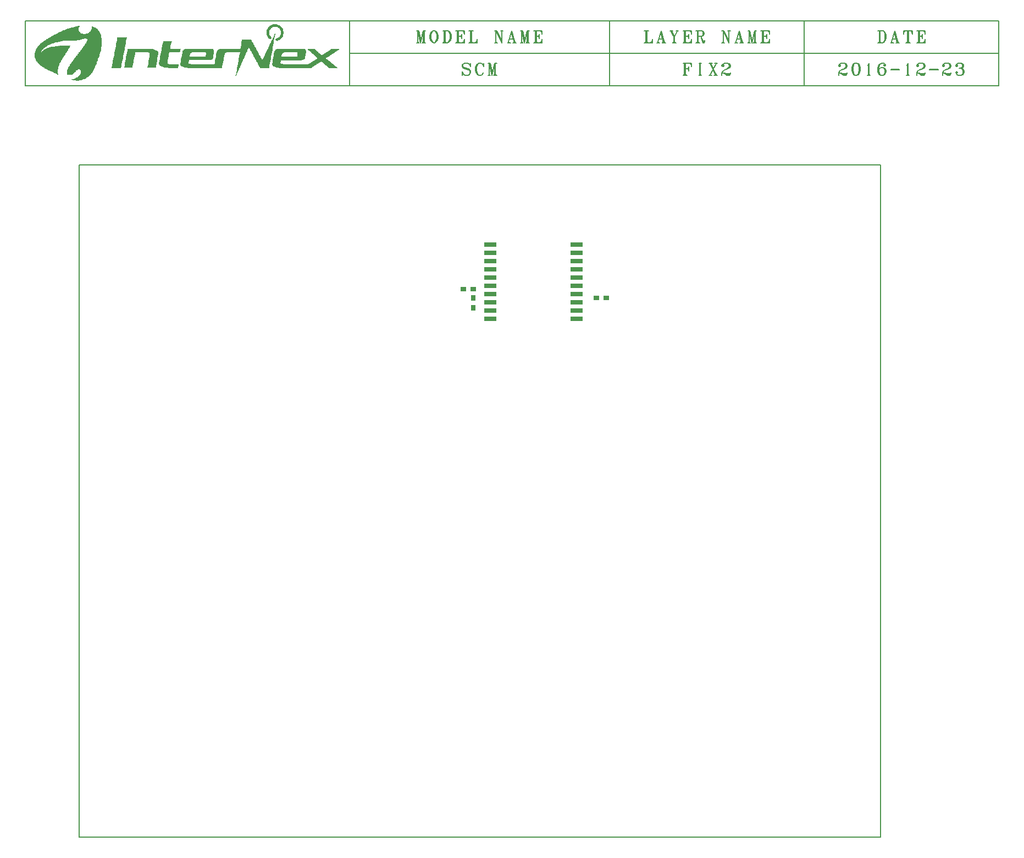
<source format=gbr>
%MOMM*%
%FSLAX33Y33*%
%ADD10C,0.203200*%
%ADD125C,0.200000*%
%ADD187R,0.800000X0.900000*%
%ADD189R,0.900000X0.800000*%
%ADD217R,1.950000X0.635000*%
G90*G71*G01*D02*G54D10*X0Y0D02*X123500Y0D01*X123500Y103500D01*
X0Y103500D01*X0Y0D01*D02*G54D125*X41700Y125700D02*
X-8300Y125700D01*X-8300Y115700D01*X41700Y115700D01*X41700Y120700D02*
X141700Y120700D01*X81700Y125700D02*X81700Y115700D01*X41700Y125700D02*
X141700Y125700D01*X141700Y115700D02*X41700Y115700D01*X41700Y125700D02*
X41700Y115700D01*X141700Y125700D02*X141700Y115700D01*X111700Y125700D02*
X111700Y115700D01*X117141Y118836D02*X117141Y118745D01*X117232Y118745D01*
X117232Y118836D01*X117141Y118836D01*X117141Y118927D02*X117232Y118927D01*
X117323Y118836D01*X117323Y118745D01*X117232Y118655D01*X117141Y118655D01*
X117050Y118745D01*X117050Y118836D01*X117141Y119018D01*X117232Y119109D01*
X117505Y119170D01*X117882Y119170D01*X118155Y119109D01*X118246Y119018D01*
X118350Y118836D01*X118350Y118655D01*X118246Y118503D01*X117973Y118321D01*
X117505Y118139D01*X117323Y118048D01*X117141Y117867D01*X117050Y117624D01*
X117050Y117352D01*X118155Y119018D02*X118246Y118836D01*X118246Y118655D01*
X118155Y118503D01*X117882Y119170D02*X118064Y119109D01*X118155Y118836D01*
X118155Y118655D01*X118064Y118503D01*X117882Y118321D01*X117505Y118139D01*
X117050Y117533D02*X117141Y117624D01*X117323Y117624D01*X117778Y117533D01*
X118155Y117533D01*X118350Y117624D01*X117323Y117624D02*X117778Y117442D01*
X118155Y117442D01*X118246Y117533D01*X117323Y117624D02*X117778Y117352D01*
X118155Y117352D01*X118246Y117442D01*X118350Y117624D01*X118350Y117776D01*
X119596Y119170D02*X119323Y119109D01*X119141Y118836D01*X119050Y118412D01*
X119050Y118139D01*X119141Y117715D01*X119323Y117442D01*X119596Y117352D01*
X119791Y117352D01*X120064Y117442D01*X120246Y117715D01*X120350Y118139D01*
X120350Y118412D01*X120246Y118836D01*X120064Y119109D01*X119791Y119170D01*
X119596Y119170D01*X119323Y119018D02*X119232Y118836D01*X119141Y118503D01*
X119141Y118048D01*X119232Y117715D01*X119323Y117533D01*X120064Y117533D02*
X120155Y117715D01*X120246Y118048D01*X120246Y118503D01*X120155Y118836D01*
X120064Y119018D01*X119596Y119170D02*X119414Y119109D01*X119323Y118927D01*
X119232Y118503D01*X119232Y118048D01*X119323Y117624D01*X119414Y117442D01*
X119596Y117352D01*X119791Y117352D02*X119973Y117442D01*X120064Y117624D01*
X120155Y118048D01*X120155Y118503D01*X120064Y118927D01*X119973Y119109D01*
X119791Y119170D01*X121635Y119018D02*X121635Y117352D01*X121687Y119018D02*
X121687Y117442D01*X121726Y119170D02*X121726Y117352D01*X121726Y119170D02*
X121596Y118927D01*X121518Y118836D01*X121479Y117352D02*X121895Y117352D01*
X121635Y117442D02*X121557Y117352D01*X121635Y117533D02*X121596Y117352D01*
X121726Y117533D02*X121765Y117352D01*X121726Y117442D02*X121804Y117352D01*
X124064Y118927D02*X124064Y118836D01*X124155Y118836D01*X124155Y118927D01*
X124064Y118927D01*X124155Y119018D02*X124064Y119018D01*X123973Y118927D01*
X123973Y118836D01*X124064Y118745D01*X124155Y118745D01*X124246Y118836D01*
X124246Y118927D01*X124155Y119109D01*X123973Y119170D01*X123700Y119170D01*
X123414Y119109D01*X123232Y118927D01*X123141Y118745D01*X123050Y118412D01*
X123050Y117867D01*X123141Y117624D01*X123323Y117442D01*X123596Y117352D01*
X123791Y117352D01*X124064Y117442D01*X124246Y117624D01*X124350Y117867D01*
X124350Y117958D01*X124246Y118230D01*X124064Y118412D01*X123791Y118503D01*
X123596Y118503D01*X123414Y118412D01*X123323Y118321D01*X123232Y118139D01*
X123323Y118927D02*X123232Y118745D01*X123141Y118412D01*X123141Y117867D01*
X123232Y117624D01*X123323Y117533D01*X124155Y117624D02*X124246Y117776D01*
X124246Y118048D01*X124155Y118230D01*X123700Y119170D02*X123505Y119109D01*
X123414Y119018D01*X123323Y118836D01*X123232Y118503D01*X123232Y117867D01*
X123323Y117624D01*X123414Y117442D01*X123596Y117352D01*X123791Y117352D02*
X123973Y117442D01*X124064Y117533D01*X124155Y117776D01*X124155Y118048D01*
X124064Y118321D01*X123973Y118412D01*X123791Y118503D01*X125050Y118230D02*
X126350Y118230D01*X126350Y118139D01*X125050Y118230D02*X125050Y118139D01*
X126350Y118139D01*X127635Y119018D02*X127635Y117352D01*X127687Y119018D02*
X127687Y117442D01*X127726Y119170D02*X127726Y117352D01*X127726Y119170D02*
X127596Y118927D01*X127518Y118836D01*X127479Y117352D02*X127895Y117352D01*
X127635Y117442D02*X127557Y117352D01*X127635Y117533D02*X127596Y117352D01*
X127726Y117533D02*X127765Y117352D01*X127726Y117442D02*X127804Y117352D01*
X129141Y118836D02*X129141Y118745D01*X129232Y118745D01*X129232Y118836D01*
X129141Y118836D01*X129141Y118927D02*X129232Y118927D01*X129323Y118836D01*
X129323Y118745D01*X129232Y118655D01*X129141Y118655D01*X129050Y118745D01*
X129050Y118836D01*X129141Y119018D01*X129232Y119109D01*X129505Y119170D01*
X129882Y119170D01*X130155Y119109D01*X130246Y119018D01*X130350Y118836D01*
X130350Y118655D01*X130246Y118503D01*X129973Y118321D01*X129505Y118139D01*
X129323Y118048D01*X129141Y117867D01*X129050Y117624D01*X129050Y117352D01*
X130155Y119018D02*X130246Y118836D01*X130246Y118655D01*X130155Y118503D01*
X129882Y119170D02*X130064Y119109D01*X130155Y118836D01*X130155Y118655D01*
X130064Y118503D01*X129882Y118321D01*X129505Y118139D01*X129050Y117533D02*
X129141Y117624D01*X129323Y117624D01*X129778Y117533D01*X130155Y117533D01*
X130350Y117624D01*X129323Y117624D02*X129778Y117442D01*X130155Y117442D01*
X130246Y117533D01*X129323Y117624D02*X129778Y117352D01*X130155Y117352D01*
X130246Y117442D01*X130350Y117624D01*X130350Y117776D01*X131050Y118230D02*
X132350Y118230D01*X132350Y118139D01*X131050Y118230D02*X131050Y118139D01*
X132350Y118139D01*X133141Y118836D02*X133141Y118745D01*X133232Y118745D01*
X133232Y118836D01*X133141Y118836D01*X133141Y118927D02*X133232Y118927D01*
X133323Y118836D01*X133323Y118745D01*X133232Y118655D01*X133141Y118655D01*
X133050Y118745D01*X133050Y118836D01*X133141Y119018D01*X133232Y119109D01*
X133505Y119170D01*X133882Y119170D01*X134155Y119109D01*X134246Y119018D01*
X134350Y118836D01*X134350Y118655D01*X134246Y118503D01*X133973Y118321D01*
X133505Y118139D01*X133323Y118048D01*X133141Y117867D01*X133050Y117624D01*
X133050Y117352D01*X134155Y119018D02*X134246Y118836D01*X134246Y118655D01*
X134155Y118503D01*X133882Y119170D02*X134064Y119109D01*X134155Y118836D01*
X134155Y118655D01*X134064Y118503D01*X133882Y118321D01*X133505Y118139D01*
X133050Y117533D02*X133141Y117624D01*X133323Y117624D01*X133778Y117533D01*
X134155Y117533D01*X134350Y117624D01*X133323Y117624D02*X133778Y117442D01*
X134155Y117442D01*X134246Y117533D01*X133323Y117624D02*X133778Y117352D01*
X134155Y117352D01*X134246Y117442D01*X134350Y117624D01*X134350Y117776D01*
X135141Y118836D02*X135141Y118745D01*X135232Y118745D01*X135232Y118836D01*
X135141Y118836D01*X135141Y118927D02*X135232Y118927D01*X135323Y118836D01*
X135323Y118745D01*X135232Y118655D01*X135141Y118655D01*X135050Y118745D01*
X135050Y118836D01*X135141Y119018D01*X135232Y119109D01*X135505Y119170D01*
X135882Y119170D01*X136155Y119109D01*X136246Y118927D01*X136246Y118655D01*
X136155Y118503D01*X135882Y118412D01*X136064Y119109D02*X136155Y118927D01*
X136155Y118655D01*X136064Y118503D01*X135791Y119170D02*X135973Y119109D01*
X136064Y118927D01*X136064Y118655D01*X135973Y118503D01*X135791Y118412D01*
X135596Y118412D02*X135882Y118412D01*X136064Y118321D01*X136246Y118139D01*
X136350Y117958D01*X136350Y117715D01*X136246Y117533D01*X136155Y117442D01*
X135882Y117352D01*X135505Y117352D01*X135232Y117442D01*X135141Y117533D01*
X135050Y117715D01*X135050Y117776D01*X135141Y117867D01*X135232Y117867D01*
X135323Y117776D01*X135323Y117715D01*X135232Y117624D01*X135141Y117624D01*
X136155Y118139D02*X136246Y117958D01*X136246Y117715D01*X136155Y117533D01*
X135791Y118412D02*X135973Y118321D01*X136064Y118230D01*X136155Y117958D01*
X136155Y117715D01*X136064Y117442D01*X135882Y117352D01*X135141Y117776D02*
X135141Y117715D01*X135232Y117715D01*X135232Y117776D01*X135141Y117776D01*
X123271Y124170D02*X123271Y122352D01*X123349Y124109D02*X123349Y122442D01*
X123427Y124170D02*X123427Y122352D01*X123050Y124170D02*X123804Y124170D01*
X124038Y124109D01*X124194Y123927D01*X124272Y123745D01*X124350Y123503D01*
X124350Y123048D01*X124272Y122776D01*X124194Y122624D01*X124038Y122442D01*
X123804Y122352D01*X123050Y122352D01*X124116Y123927D02*X124194Y123745D01*
X124272Y123503D01*X124272Y123048D01*X124194Y122776D01*X124116Y122624D01*
X123804Y124170D02*X123960Y124109D01*X124116Y123836D01*X124194Y123503D01*
X124194Y123048D01*X124116Y122715D01*X123960Y122442D01*X123804Y122352D01*
X123115Y124170D02*X123271Y124109D01*X123193Y124170D02*X123271Y124018D01*
X123505Y124170D02*X123427Y124018D01*X123583Y124170D02*X123427Y124109D01*
X123271Y122442D02*X123115Y122352D01*X123271Y122533D02*X123193Y122352D01*
X123427Y122533D02*X123505Y122352D01*X123427Y122442D02*X123583Y122352D01*
X125700Y124170D02*X125193Y122442D01*X125622Y123927D02*X126051Y122352D01*
X125700Y123927D02*X126129Y122352D01*X125700Y124170D02*X126194Y122352D01*
X125336Y122867D02*X125986Y122867D01*X125050Y122352D02*X125479Y122352D01*
X125843Y122352D02*X126350Y122352D01*X125193Y122442D02*X125115Y122352D01*
X125193Y122442D02*X125336Y122352D01*X126051Y122442D02*X125908Y122352D01*
X126051Y122533D02*X125986Y122352D01*X126129Y122533D02*X126272Y122352D01*
X127050Y124170D02*X127050Y123655D01*X127609Y124170D02*X127609Y122352D01*
X127700Y124109D02*X127700Y122442D01*X127778Y124170D02*X127778Y122352D01*
X128350Y124170D02*X128350Y123655D01*X127050Y124170D02*X128350Y124170D01*
X127375Y122352D02*X128012Y122352D01*X127128Y124170D02*X127050Y123655D01*
X127206Y124170D02*X127050Y123927D01*X127284Y124170D02*X127050Y124018D01*
X127453Y124170D02*X127050Y124109D01*X127934Y124170D02*X128350Y124109D01*
X128103Y124170D02*X128350Y124018D01*X128181Y124170D02*X128350Y123927D01*
X128259Y124170D02*X128350Y123655D01*X127609Y122442D02*X127453Y122352D01*
X127609Y122533D02*X127531Y122352D01*X127778Y122533D02*X127856Y122352D01*
X127778Y122442D02*X127934Y122352D01*X129284Y124170D02*X129284Y122352D01*
X129362Y124109D02*X129362Y122442D01*X129453Y124170D02*X129453Y122352D01*
X129050Y124170D02*X130350Y124170D01*X130350Y123655D01*X129453Y123321D02*
X129934Y123321D01*X129934Y123655D02*X129934Y122958D01*X129050Y122352D02*
X130350Y122352D01*X130350Y122867D01*X129128Y124170D02*X129284Y124109D01*
X129206Y124170D02*X129284Y124018D01*X129531Y124170D02*X129453Y124018D01*
X129609Y124170D02*X129453Y124109D01*X129934Y124170D02*X130350Y124109D01*
X130103Y124170D02*X130350Y124018D01*X130181Y124170D02*X130350Y123927D01*
X130259Y124170D02*X130350Y123655D01*X129934Y123655D02*X129856Y123321D01*
X129934Y122958D01*X129934Y123503D02*X129778Y123321D01*X129934Y123139D01*
X129934Y123412D02*X129609Y123321D01*X129934Y123230D01*X129284Y122442D02*
X129128Y122352D01*X129284Y122533D02*X129206Y122352D01*X129453Y122533D02*
X129531Y122352D01*X129453Y122442D02*X129609Y122352D01*X129934Y122352D02*
X130350Y122442D01*X130103Y122352D02*X130350Y122533D01*X130181Y122352D02*
X130350Y122624D01*X130259Y122352D02*X130350Y122867D01*X87310Y124170D02*
X87310Y122352D01*X87388Y124109D02*X87388Y122442D01*X87479Y124170D02*
X87479Y122352D01*X87050Y124170D02*X87739Y124170D01*X87050Y122352D02*
X88350Y122352D01*X88350Y122867D01*X87128Y124170D02*X87310Y124109D01*
X87219Y124170D02*X87310Y124018D01*X87570Y124170D02*X87479Y124018D01*
X87648Y124170D02*X87479Y124109D01*X87310Y122442D02*X87128Y122352D01*
X87310Y122533D02*X87219Y122352D01*X87479Y122533D02*X87570Y122352D01*
X87479Y122442D02*X87648Y122352D01*X87908Y122352D02*X88350Y122442D01*
X88077Y122352D02*X88350Y122533D01*X88168Y122352D02*X88350Y122624D01*
X88259Y122352D02*X88350Y122867D01*X89700Y124170D02*X89193Y122442D01*
X89622Y123927D02*X90051Y122352D01*X89700Y123927D02*X90129Y122352D01*
X89700Y124170D02*X90194Y122352D01*X89336Y122867D02*X89986Y122867D01*
X89050Y122352D02*X89479Y122352D01*X89843Y122352D02*X90350Y122352D01*
X89193Y122442D02*X89115Y122352D01*X89193Y122442D02*X89336Y122352D01*
X90051Y122442D02*X89908Y122352D01*X90051Y122533D02*X89986Y122352D01*
X90129Y122533D02*X90272Y122352D01*X91180Y124170D02*X91622Y123230D01*
X91622Y122352D01*X91245Y124170D02*X91687Y123230D01*X91687Y122442D01*
X91297Y124170D02*X91765Y123230D01*X91765Y122352D01*X92142Y124109D02*
X91765Y123230D01*X91050Y124170D02*X91505Y124170D01*X91947Y124170D02*
X92350Y124170D01*X91440Y122352D02*X91947Y122352D01*X91115Y124170D02*
X91245Y124109D01*X91440Y124170D02*X91297Y124109D01*X92025Y124170D02*
X92142Y124109D01*X92272Y124170D02*X92142Y124109D01*X91622Y122442D02*
X91505Y122352D01*X91622Y122533D02*X91557Y122352D01*X91765Y122533D02*
X91817Y122352D01*X91765Y122442D02*X91882Y122352D01*X93284Y124170D02*
X93284Y122352D01*X93362Y124109D02*X93362Y122442D01*X93453Y124170D02*
X93453Y122352D01*X93050Y124170D02*X94350Y124170D01*X94350Y123655D01*
X93453Y123321D02*X93934Y123321D01*X93934Y123655D02*X93934Y122958D01*
X93050Y122352D02*X94350Y122352D01*X94350Y122867D01*X93128Y124170D02*
X93284Y124109D01*X93206Y124170D02*X93284Y124018D01*X93531Y124170D02*
X93453Y124018D01*X93609Y124170D02*X93453Y124109D01*X93934Y124170D02*
X94350Y124109D01*X94103Y124170D02*X94350Y124018D01*X94181Y124170D02*
X94350Y123927D01*X94259Y124170D02*X94350Y123655D01*X93934Y123655D02*
X93856Y123321D01*X93934Y122958D01*X93934Y123503D02*X93778Y123321D01*
X93934Y123139D01*X93934Y123412D02*X93609Y123321D01*X93934Y123230D01*
X93284Y122442D02*X93128Y122352D01*X93284Y122533D02*X93206Y122352D01*
X93453Y122533D02*X93531Y122352D01*X93453Y122442D02*X93609Y122352D01*
X93934Y122352D02*X94350Y122442D01*X94103Y122352D02*X94350Y122533D01*
X94181Y122352D02*X94350Y122624D01*X94259Y122352D02*X94350Y122867D01*
X95258Y124170D02*X95258Y122352D01*X95336Y124109D02*X95336Y122442D01*
X95401Y124170D02*X95401Y122352D01*X95050Y124170D02*X95908Y124170D01*
X96129Y124109D01*X96194Y124018D01*X96272Y123836D01*X96272Y123655D01*
X96194Y123503D01*X96129Y123412D01*X95908Y123321D01*X95401Y123321D01*
X96129Y124018D02*X96194Y123836D01*X96194Y123655D01*X96129Y123503D01*
X95908Y124170D02*X96051Y124109D01*X96129Y123927D01*X96129Y123564D01*
X96051Y123412D01*X95908Y123321D01*X95687Y123321D02*X95843Y123230D01*
X95908Y123048D01*X96051Y122533D01*X96129Y122352D01*X96272Y122352D01*
X96350Y122533D01*X96350Y122715D01*X96051Y122715D02*X96129Y122533D01*
X96194Y122442D01*X96272Y122442D01*X95843Y123230D02*X95908Y123139D01*
X96129Y122624D01*X96194Y122533D01*X96272Y122533D01*X96350Y122624D01*
X95050Y122352D02*X95622Y122352D01*X95115Y124170D02*X95258Y124109D01*
X95193Y124170D02*X95258Y124018D01*X95479Y124170D02*X95401Y124018D01*
X95544Y124170D02*X95401Y124109D01*X95258Y122442D02*X95115Y122352D01*
X95258Y122533D02*X95193Y122352D01*X95401Y122533D02*X95479Y122352D01*
X95401Y122442D02*X95544Y122352D01*X99232Y124170D02*X99232Y122442D01*
X99232Y124170D02*X100142Y122352D01*X99310Y124170D02*X100077Y122624D01*
X99362Y124170D02*X100142Y122624D01*X100142Y124109D02*X100142Y122352D01*
X99050Y124170D02*X99362Y124170D01*X99960Y124170D02*X100350Y124170D01*
X99050Y122352D02*X99427Y122352D01*X99102Y124170D02*X99232Y124109D01*
X100025Y124170D02*X100142Y124109D01*X100285Y124170D02*X100142Y124109D01*
X99232Y122442D02*X99102Y122352D01*X99232Y122442D02*X99362Y122352D01*
X101700Y124170D02*X101193Y122442D01*X101622Y123927D02*X102051Y122352D01*
X101700Y123927D02*X102129Y122352D01*X101700Y124170D02*X102194Y122352D01*
X101336Y122867D02*X101986Y122867D01*X101050Y122352D02*X101479Y122352D01*
X101843Y122352D02*X102350Y122352D01*X101193Y122442D02*X101115Y122352D01*
X101193Y122442D02*X101336Y122352D01*X102051Y122442D02*X101908Y122352D01*
X102051Y122533D02*X101986Y122352D01*X102129Y122533D02*X102272Y122352D01*
X103219Y124170D02*X103219Y122442D01*X103219Y124170D02*X103635Y122352D01*
X103284Y124170D02*X103635Y122624D01*X103336Y124170D02*X103687Y122624D01*
X104051Y124170D02*X103635Y122352D01*X104051Y124170D02*X104051Y122352D01*
X104103Y124109D02*X104103Y122442D01*X104168Y124170D02*X104168Y122352D01*
X103050Y124170D02*X103336Y124170D01*X104051Y124170D02*X104350Y124170D01*
X103050Y122352D02*X103401Y122352D01*X103869Y122352D02*X104350Y122352D01*
X103102Y124170D02*X103219Y124109D01*X104220Y124170D02*X104168Y124018D01*
X104285Y124170D02*X104168Y124109D01*X103219Y122442D02*X103102Y122352D01*
X103219Y122442D02*X103336Y122352D01*X104051Y122442D02*X103934Y122352D01*
X104051Y122533D02*X103986Y122352D01*X104168Y122533D02*X104220Y122352D01*
X104168Y122442D02*X104285Y122352D01*X105284Y124170D02*X105284Y122352D01*
X105362Y124109D02*X105362Y122442D01*X105453Y124170D02*X105453Y122352D01*
X105050Y124170D02*X106350Y124170D01*X106350Y123655D01*X105453Y123321D02*
X105934Y123321D01*X105934Y123655D02*X105934Y122958D01*X105050Y122352D02*
X106350Y122352D01*X106350Y122867D01*X105128Y124170D02*X105284Y124109D01*
X105206Y124170D02*X105284Y124018D01*X105531Y124170D02*X105453Y124018D01*
X105609Y124170D02*X105453Y124109D01*X105934Y124170D02*X106350Y124109D01*
X106103Y124170D02*X106350Y124018D01*X106181Y124170D02*X106350Y123927D01*
X106259Y124170D02*X106350Y123655D01*X105934Y123655D02*X105856Y123321D01*
X105934Y122958D01*X105934Y123503D02*X105778Y123321D01*X105934Y123139D01*
X105934Y123412D02*X105609Y123321D01*X105934Y123230D01*X105284Y122442D02*
X105128Y122352D01*X105284Y122533D02*X105206Y122352D01*X105453Y122533D02*
X105531Y122352D01*X105453Y122442D02*X105609Y122352D01*X105934Y122352D02*
X106350Y122442D01*X106103Y122352D02*X106350Y122533D01*X106181Y122352D02*
X106350Y122624D01*X106259Y122352D02*X106350Y122867D01*X52219Y124170D02*
X52219Y122442D01*X52219Y124170D02*X52635Y122352D01*X52284Y124170D02*
X52635Y122624D01*X52336Y124170D02*X52687Y122624D01*X53051Y124170D02*
X52635Y122352D01*X53051Y124170D02*X53051Y122352D01*X53103Y124109D02*
X53103Y122442D01*X53168Y124170D02*X53168Y122352D01*X52050Y124170D02*
X52336Y124170D01*X53051Y124170D02*X53350Y124170D01*X52050Y122352D02*
X52401Y122352D01*X52869Y122352D02*X53350Y122352D01*X52102Y124170D02*
X52219Y124109D01*X53220Y124170D02*X53168Y124018D01*X53285Y124170D02*
X53168Y124109D01*X52219Y122442D02*X52102Y122352D01*X52219Y122442D02*
X52336Y122352D01*X53051Y122442D02*X52934Y122352D01*X53051Y122533D02*
X52986Y122352D01*X53168Y122533D02*X53220Y122352D01*X53168Y122442D02*
X53285Y122352D01*X54609Y124170D02*X54375Y124109D01*X54206Y123927D01*
X54128Y123745D01*X54050Y123412D01*X54050Y123139D01*X54128Y122776D01*
X54206Y122624D01*X54375Y122442D01*X54609Y122352D01*X54778Y122352D01*
X55025Y122442D01*X55181Y122624D01*X55259Y122776D01*X55350Y123139D01*
X55350Y123412D01*X55259Y123745D01*X55181Y123927D01*X55025Y124109D01*
X54778Y124170D01*X54609Y124170D01*X54284Y123927D02*X54206Y123745D01*
X54128Y123503D01*X54128Y123048D01*X54206Y122776D01*X54284Y122624D01*
X55103Y122624D02*X55181Y122776D01*X55259Y123048D01*X55259Y123503D01*
X55181Y123745D01*X55103Y123927D01*X54609Y124170D02*X54453Y124109D01*
X54284Y123836D01*X54206Y123503D01*X54206Y123048D01*X54284Y122715D01*
X54453Y122442D01*X54609Y122352D01*X54778Y122352D02*X54934Y122442D01*
X55103Y122715D01*X55181Y123048D01*X55181Y123503D01*X55103Y123836D01*
X54934Y124109D01*X54778Y124170D01*X56271Y124170D02*X56271Y122352D01*
X56349Y124109D02*X56349Y122442D01*X56427Y124170D02*X56427Y122352D01*
X56050Y124170D02*X56804Y124170D01*X57038Y124109D01*X57194Y123927D01*
X57272Y123745D01*X57350Y123503D01*X57350Y123048D01*X57272Y122776D01*
X57194Y122624D01*X57038Y122442D01*X56804Y122352D01*X56050Y122352D01*
X57116Y123927D02*X57194Y123745D01*X57272Y123503D01*X57272Y123048D01*
X57194Y122776D01*X57116Y122624D01*X56804Y124170D02*X56960Y124109D01*
X57116Y123836D01*X57194Y123503D01*X57194Y123048D01*X57116Y122715D01*
X56960Y122442D01*X56804Y122352D01*X56115Y124170D02*X56271Y124109D01*
X56193Y124170D02*X56271Y124018D01*X56505Y124170D02*X56427Y124018D01*
X56583Y124170D02*X56427Y124109D01*X56271Y122442D02*X56115Y122352D01*
X56271Y122533D02*X56193Y122352D01*X56427Y122533D02*X56505Y122352D01*
X56427Y122442D02*X56583Y122352D01*X58284Y124170D02*X58284Y122352D01*
X58362Y124109D02*X58362Y122442D01*X58453Y124170D02*X58453Y122352D01*
X58050Y124170D02*X59350Y124170D01*X59350Y123655D01*X58453Y123321D02*
X58934Y123321D01*X58934Y123655D02*X58934Y122958D01*X58050Y122352D02*
X59350Y122352D01*X59350Y122867D01*X58128Y124170D02*X58284Y124109D01*
X58206Y124170D02*X58284Y124018D01*X58531Y124170D02*X58453Y124018D01*
X58609Y124170D02*X58453Y124109D01*X58934Y124170D02*X59350Y124109D01*
X59103Y124170D02*X59350Y124018D01*X59181Y124170D02*X59350Y123927D01*
X59259Y124170D02*X59350Y123655D01*X58934Y123655D02*X58856Y123321D01*
X58934Y122958D01*X58934Y123503D02*X58778Y123321D01*X58934Y123139D01*
X58934Y123412D02*X58609Y123321D01*X58934Y123230D01*X58284Y122442D02*
X58128Y122352D01*X58284Y122533D02*X58206Y122352D01*X58453Y122533D02*
X58531Y122352D01*X58453Y122442D02*X58609Y122352D01*X58934Y122352D02*
X59350Y122442D01*X59103Y122352D02*X59350Y122533D01*X59181Y122352D02*
X59350Y122624D01*X59259Y122352D02*X59350Y122867D01*X60310Y124170D02*
X60310Y122352D01*X60388Y124109D02*X60388Y122442D01*X60479Y124170D02*
X60479Y122352D01*X60050Y124170D02*X60739Y124170D01*X60050Y122352D02*
X61350Y122352D01*X61350Y122867D01*X60128Y124170D02*X60310Y124109D01*
X60219Y124170D02*X60310Y124018D01*X60570Y124170D02*X60479Y124018D01*
X60648Y124170D02*X60479Y124109D01*X60310Y122442D02*X60128Y122352D01*
X60310Y122533D02*X60219Y122352D01*X60479Y122533D02*X60570Y122352D01*
X60479Y122442D02*X60648Y122352D01*X60908Y122352D02*X61350Y122442D01*
X61077Y122352D02*X61350Y122533D01*X61168Y122352D02*X61350Y122624D01*
X61259Y122352D02*X61350Y122867D01*X64232Y124170D02*X64232Y122442D01*
X64232Y124170D02*X65142Y122352D01*X64310Y124170D02*X65077Y122624D01*
X64362Y124170D02*X65142Y122624D01*X65142Y124109D02*X65142Y122352D01*
X64050Y124170D02*X64362Y124170D01*X64960Y124170D02*X65350Y124170D01*
X64050Y122352D02*X64427Y122352D01*X64102Y124170D02*X64232Y124109D01*
X65025Y124170D02*X65142Y124109D01*X65285Y124170D02*X65142Y124109D01*
X64232Y122442D02*X64102Y122352D01*X64232Y122442D02*X64362Y122352D01*
X66700Y124170D02*X66193Y122442D01*X66622Y123927D02*X67051Y122352D01*
X66700Y123927D02*X67129Y122352D01*X66700Y124170D02*X67194Y122352D01*
X66336Y122867D02*X66986Y122867D01*X66050Y122352D02*X66479Y122352D01*
X66843Y122352D02*X67350Y122352D01*X66193Y122442D02*X66115Y122352D01*
X66193Y122442D02*X66336Y122352D01*X67051Y122442D02*X66908Y122352D01*
X67051Y122533D02*X66986Y122352D01*X67129Y122533D02*X67272Y122352D01*
X68219Y124170D02*X68219Y122442D01*X68219Y124170D02*X68635Y122352D01*
X68284Y124170D02*X68635Y122624D01*X68336Y124170D02*X68687Y122624D01*
X69051Y124170D02*X68635Y122352D01*X69051Y124170D02*X69051Y122352D01*
X69103Y124109D02*X69103Y122442D01*X69168Y124170D02*X69168Y122352D01*
X68050Y124170D02*X68336Y124170D01*X69051Y124170D02*X69350Y124170D01*
X68050Y122352D02*X68401Y122352D01*X68869Y122352D02*X69350Y122352D01*
X68102Y124170D02*X68219Y124109D01*X69220Y124170D02*X69168Y124018D01*
X69285Y124170D02*X69168Y124109D01*X68219Y122442D02*X68102Y122352D01*
X68219Y122442D02*X68336Y122352D01*X69051Y122442D02*X68934Y122352D01*
X69051Y122533D02*X68986Y122352D01*X69168Y122533D02*X69220Y122352D01*
X69168Y122442D02*X69285Y122352D01*X70284Y124170D02*X70284Y122352D01*
X70362Y124109D02*X70362Y122442D01*X70453Y124170D02*X70453Y122352D01*
X70050Y124170D02*X71350Y124170D01*X71350Y123655D01*X70453Y123321D02*
X70934Y123321D01*X70934Y123655D02*X70934Y122958D01*X70050Y122352D02*
X71350Y122352D01*X71350Y122867D01*X70128Y124170D02*X70284Y124109D01*
X70206Y124170D02*X70284Y124018D01*X70531Y124170D02*X70453Y124018D01*
X70609Y124170D02*X70453Y124109D01*X70934Y124170D02*X71350Y124109D01*
X71103Y124170D02*X71350Y124018D01*X71181Y124170D02*X71350Y123927D01*
X71259Y124170D02*X71350Y123655D01*X70934Y123655D02*X70856Y123321D01*
X70934Y122958D01*X70934Y123503D02*X70778Y123321D01*X70934Y123139D01*
X70934Y123412D02*X70609Y123321D01*X70934Y123230D01*X70284Y122442D02*
X70128Y122352D01*X70284Y122533D02*X70206Y122352D01*X70453Y122533D02*
X70531Y122352D01*X70453Y122442D02*X70609Y122352D01*X70934Y122352D02*
X71350Y122442D01*X71103Y122352D02*X71350Y122533D01*X71181Y122352D02*
X71350Y122624D01*X71259Y122352D02*X71350Y122867D01*X60246Y118927D02*
X60350Y119170D01*X60350Y118655D01*X60246Y118927D01*X60064Y119109D01*
X59778Y119170D01*X59505Y119170D01*X59232Y119109D01*X59050Y118927D01*
X59050Y118655D01*X59141Y118503D01*X59414Y118321D01*X59973Y118139D01*
X60155Y118048D01*X60246Y117867D01*X60246Y117624D01*X60155Y117442D01*
X59141Y118655D02*X59232Y118503D01*X59414Y118412D01*X59973Y118230D01*
X60155Y118139D01*X60246Y117958D01*X59232Y119109D02*X59141Y118927D01*
X59141Y118745D01*X59232Y118564D01*X59414Y118503D01*X59973Y118321D01*
X60246Y118139D01*X60350Y117958D01*X60350Y117715D01*X60246Y117533D01*
X60155Y117442D01*X59882Y117352D01*X59596Y117352D01*X59323Y117442D01*
X59141Y117624D01*X59050Y117867D01*X59050Y117352D01*X59141Y117624D01*
X62259Y118927D02*X62350Y119170D01*X62350Y118655D01*X62259Y118927D01*
X62077Y119109D01*X61908Y119170D01*X61648Y119170D01*X61388Y119109D01*
X61219Y118927D01*X61128Y118745D01*X61050Y118503D01*X61050Y118048D01*
X61128Y117776D01*X61219Y117624D01*X61388Y117442D01*X61648Y117352D01*
X61908Y117352D01*X62077Y117442D01*X62259Y117624D01*X62350Y117776D01*
X61297Y118927D02*X61219Y118745D01*X61128Y118503D01*X61128Y118048D01*
X61219Y117776D01*X61297Y117624D01*X61648Y119170D02*X61479Y119109D01*
X61297Y118836D01*X61219Y118503D01*X61219Y118048D01*X61297Y117715D01*
X61479Y117442D01*X61648Y117352D01*X63219Y119170D02*X63219Y117442D01*
X63219Y119170D02*X63635Y117352D01*X63284Y119170D02*X63635Y117624D01*
X63336Y119170D02*X63687Y117624D01*X64051Y119170D02*X63635Y117352D01*
X64051Y119170D02*X64051Y117352D01*X64103Y119109D02*X64103Y117442D01*
X64168Y119170D02*X64168Y117352D01*X63050Y119170D02*X63336Y119170D01*
X64051Y119170D02*X64350Y119170D01*X63050Y117352D02*X63401Y117352D01*
X63869Y117352D02*X64350Y117352D01*X63102Y119170D02*X63219Y119109D01*
X64220Y119170D02*X64168Y119018D01*X64285Y119170D02*X64168Y119109D01*
X63219Y117442D02*X63102Y117352D01*X63219Y117442D02*X63336Y117352D01*
X64051Y117442D02*X63934Y117352D01*X64051Y117533D02*X63986Y117352D01*
X64168Y117533D02*X64220Y117352D01*X64168Y117442D02*X64285Y117352D01*
X93284Y119170D02*X93284Y117352D01*X93375Y119109D02*X93375Y117442D01*
X93453Y119170D02*X93453Y117352D01*X93050Y119170D02*X94350Y119170D01*
X94350Y118655D01*X93453Y118321D02*X93934Y118321D01*X93934Y118655D02*
X93934Y117958D01*X93050Y117352D02*X93700Y117352D01*X93128Y119170D02*
X93284Y119109D01*X93206Y119170D02*X93284Y119018D01*X93531Y119170D02*
X93453Y119018D01*X93609Y119170D02*X93453Y119109D01*X93934Y119170D02*
X94350Y119109D01*X94103Y119170D02*X94350Y119018D01*X94181Y119170D02*
X94350Y118927D01*X94259Y119170D02*X94350Y118655D01*X93934Y118655D02*
X93856Y118321D01*X93934Y117958D01*X93934Y118503D02*X93778Y118321D01*
X93934Y118139D01*X93934Y118412D02*X93609Y118321D01*X93934Y118230D01*
X93284Y117442D02*X93128Y117352D01*X93284Y117533D02*X93206Y117352D01*
X93453Y117533D02*X93531Y117352D01*X93453Y117442D02*X93609Y117352D01*
X95648Y119170D02*X95648Y117352D01*X95687Y119109D02*X95687Y117442D01*
X95739Y119170D02*X95739Y117352D01*X95531Y119170D02*X95856Y119170D01*
X95531Y117352D02*X95856Y117352D01*X95570Y119170D02*X95648Y119109D01*
X95609Y119170D02*X95648Y119018D01*X95778Y119170D02*X95739Y119018D01*
X95817Y119170D02*X95739Y119109D01*X95648Y117442D02*X95570Y117352D01*
X95648Y117533D02*X95609Y117352D01*X95739Y117533D02*X95778Y117352D01*
X95739Y117442D02*X95817Y117352D01*X97193Y119170D02*X98051Y117352D01*
X97258Y119170D02*X98129Y117352D01*X97336Y119170D02*X98194Y117352D01*
X98129Y119109D02*X97258Y117442D01*X97050Y119170D02*X97544Y119170D01*
X97908Y119170D02*X98350Y119170D01*X97050Y117352D02*X97479Y117352D01*
X97843Y117352D02*X98350Y117352D01*X97115Y119170D02*X97336Y119018D01*
X97401Y119170D02*X97336Y119018D01*X97479Y119170D02*X97336Y119109D01*
X97986Y119170D02*X98129Y119109D01*X98272Y119170D02*X98129Y119109D01*
X97258Y117442D02*X97115Y117352D01*X97258Y117442D02*X97401Y117352D01*
X98051Y117442D02*X97908Y117352D01*X98051Y117533D02*X97986Y117352D01*
X98051Y117533D02*X98272Y117352D01*X99141Y118836D02*X99141Y118745D01*
X99232Y118745D01*X99232Y118836D01*X99141Y118836D01*X99141Y118927D02*
X99232Y118927D01*X99323Y118836D01*X99323Y118745D01*X99232Y118655D01*
X99141Y118655D01*X99050Y118745D01*X99050Y118836D01*X99141Y119018D01*
X99232Y119109D01*X99505Y119170D01*X99882Y119170D01*X100155Y119109D01*
X100246Y119018D01*X100350Y118836D01*X100350Y118655D01*X100246Y118503D01*
X99973Y118321D01*X99505Y118139D01*X99323Y118048D01*X99141Y117867D01*
X99050Y117624D01*X99050Y117352D01*X100155Y119018D02*X100246Y118836D01*
X100246Y118655D01*X100155Y118503D01*X99882Y119170D02*X100064Y119109D01*
X100155Y118836D01*X100155Y118655D01*X100064Y118503D01*X99882Y118321D01*
X99505Y118139D01*X99050Y117533D02*X99141Y117624D01*X99323Y117624D01*
X99778Y117533D01*X100155Y117533D01*X100350Y117624D01*X99323Y117624D02*
X99778Y117442D01*X100155Y117442D01*X100246Y117533D01*X99323Y117624D02*
X99778Y117352D01*X100155Y117352D01*X100246Y117442D01*X100350Y117624D01*
X100350Y117776D01*X0Y0D02*D02*G54D187*X60750Y83000D03*
X60750Y81500D03*D02*G54D189*X79750Y83000D03*X81250Y83000D03*
X59250Y84375D03*X60750Y84375D03*D02*G54D217*X63375Y79785D03*
X63375Y81055D03*X63375Y82325D03*X76625Y82325D03*X76625Y81055D03*
X76625Y79785D03*X63375Y83595D03*X63375Y84865D03*X63375Y86135D03*
X63375Y87405D03*X63375Y88675D03*X76625Y88675D03*X76625Y87405D03*
X76625Y86135D03*X76625Y84865D03*X76625Y83595D03*X63375Y89945D03*
X63375Y91215D03*X76625Y91215D03*X76625Y89945D03*
G36*X35171Y121346D02*X35171Y121408D01*X36282Y121408D01*X36282Y121346D01*
X36344Y121346D01*X36344Y121285D01*X36467Y121285D01*X36467Y121223D01*
X36529Y121223D01*X36529Y121161D01*X36591Y121161D01*X36591Y121099D01*
X36652Y121099D01*X36652Y121038D01*X36714Y121038D01*X36714Y120976D01*
X36776Y120976D01*X36776Y120914D01*X36837Y120914D01*X36837Y120853D01*
X36899Y120853D01*X36899Y120791D01*X36961Y120791D01*X36961Y120729D01*
X37084Y120729D01*X37084Y120667D01*X37146Y120667D01*X37146Y120606D01*
X37208Y120606D01*X37208Y120544D01*X37270Y120544D01*X37270Y120482D01*
X37331Y120482D01*X37331Y120421D01*X37455Y120421D01*X37455Y120482D01*
X37578Y120482D01*X37578Y120544D01*X37702Y120544D01*X37702Y120606D01*
X37763Y120606D01*X37763Y120667D01*X37887Y120667D01*X37887Y120729D01*
X37948Y120729D01*X37948Y120791D01*X38072Y120791D01*X38072Y120853D01*
X38195Y120853D01*X38195Y120914D01*X38257Y120914D01*X38257Y120976D01*
X38381Y120976D01*X38381Y121038D01*X38442Y121038D01*X38442Y121099D01*
X38566Y121099D01*X38566Y121161D01*X38627Y121161D01*X38627Y121223D01*
X38751Y121223D01*X38751Y121285D01*X38813Y121285D01*X38813Y121346D01*
X38936Y121346D01*X38936Y121408D01*X40232Y121408D01*X40232Y121346D01*
X40109Y121346D01*X40109Y121285D01*X40047Y121285D01*X40047Y121223D01*
X39924Y121223D01*X39924Y121161D01*X39862Y121161D01*X39862Y121099D01*
X39738Y121099D01*X39738Y121038D01*X39677Y121038D01*X39677Y120976D01*
X39553Y120976D01*X39553Y120914D01*X39492Y120914D01*X39492Y120853D01*
X39368Y120853D01*X39368Y120791D01*X39306Y120791D01*X39306Y120729D01*
X39183Y120729D01*X39183Y120667D01*X39121Y120667D01*X39121Y120606D01*
X38998Y120606D01*X38998Y120544D01*X38936Y120544D01*X38936Y120482D01*
X38813Y120482D01*X38813Y120421D01*X38751Y120421D01*X38751Y120359D01*
X38627Y120359D01*X38627Y120297D01*X38566Y120297D01*X38566Y120235D01*
X38442Y120235D01*X38442Y120174D01*X38381Y120174D01*X38381Y120112D01*
X38257Y120112D01*X38257Y120050D01*X38195Y120050D01*X38195Y119988D01*
X38072Y119988D01*X38072Y119865D01*X36714Y119865D01*X36714Y120050D01*
X36652Y120050D01*X36652Y120112D01*X36529Y120112D01*X36529Y120174D01*
X36467Y120174D01*X36467Y120235D01*X36405Y120235D01*X36405Y120297D01*
X36344Y120297D01*X36344Y120359D01*X36282Y120359D01*X36282Y120421D01*
X36220Y120421D01*X36220Y120482D01*X36159Y120482D01*X36159Y120544D01*
X36097Y120544D01*X36097Y120606D01*X35973Y120606D01*X35973Y120667D01*
X35912Y120667D01*X35912Y120729D01*X35850Y120729D01*X35850Y120791D01*
X35788Y120791D01*X35788Y120853D01*X35726Y120853D01*X35726Y120914D01*
X35665Y120914D01*X35665Y120976D01*X35603Y120976D01*X35603Y121038D01*
X35480Y121038D01*X35480Y121099D01*X35418Y121099D01*X35418Y121161D01*
X35356Y121161D01*X35356Y121223D01*X35294Y121223D01*X35294Y121285D01*
X35233Y121285D01*X35233Y121346D01*X35171Y121346D01*G37*G36*X35356Y119001D02*
X35356Y119063D01*X35480Y119063D01*X35480Y119124D01*X35541Y119124D01*
X35541Y119186D01*X35665Y119186D01*X35665Y119248D01*X35788Y119248D01*
X35788Y119310D01*X35850Y119310D01*X35850Y119371D01*X35973Y119371D01*
X35973Y119433D01*X36035Y119433D01*X36035Y119495D01*X36097Y119495D01*
X36097Y119556D01*X36220Y119556D01*X36220Y119618D01*X36344Y119618D01*
X36344Y119680D01*X36405Y119680D01*X36405Y119742D01*X36529Y119742D01*
X36529Y119803D01*X36591Y119803D01*X36591Y119865D01*X38134Y119865D01*
X38134Y119803D01*X38195Y119803D01*X38195Y119742D01*X38319Y119742D01*
X38319Y119680D01*X38381Y119680D01*X38381Y119618D01*X38442Y119618D01*
X38442Y119556D01*X38504Y119556D01*X38504Y119495D01*X38627Y119495D01*
X38627Y119433D01*X38689Y119433D01*X38689Y119371D01*X38751Y119371D01*
X38751Y119310D01*X38813Y119310D01*X38813Y119248D01*X38936Y119248D01*
X38936Y119186D01*X38998Y119186D01*X38998Y119124D01*X39059Y119124D01*
X39059Y119063D01*X39121Y119063D01*X39121Y119001D01*X39245Y119001D01*
X39245Y118939D01*X39306Y118939D01*X39306Y118877D01*X39368Y118877D01*
X39368Y118816D01*X39430Y118816D01*X39430Y118754D01*X39492Y118754D01*
X39492Y118692D01*X39615Y118692D01*X39615Y118631D01*X39677Y118631D01*
X39677Y118569D01*X39738Y118569D01*X39738Y118507D01*X39800Y118507D01*
X39800Y118445D01*X38504Y118445D01*X38504Y118507D01*X38381Y118507D01*
X38381Y118569D01*X38319Y118569D01*X38319Y118631D01*X38257Y118631D01*
X38257Y118692D01*X38195Y118692D01*X38195Y118754D01*X38134Y118754D01*
X38134Y118816D01*X38072Y118816D01*X38072Y118877D01*X37948Y118877D01*
X37948Y118939D01*X37887Y118939D01*X37887Y119001D01*X37825Y119001D01*
X37825Y119063D01*X37763Y119063D01*X37763Y119124D01*X37702Y119124D01*
X37702Y119186D01*X37640Y119186D01*X37640Y119248D01*X37516Y119248D01*
X37516Y119310D01*X37455Y119310D01*X37455Y119371D01*X37393Y119371D01*
X37393Y119433D01*X37270Y119433D01*X37270Y119371D01*X37146Y119371D01*
X37146Y119310D01*X37084Y119310D01*X37084Y119248D01*X36961Y119248D01*
X36961Y119186D01*X36837Y119186D01*X36837Y119124D01*X36776Y119124D01*
X36776Y119063D01*X36652Y119063D01*X36652Y119001D01*X35356Y119001D01*G37*G36*
X30295Y122704D02*X30357Y122704D01*X30357Y122643D01*X30480Y122643D01*
X30480Y122581D01*X30604Y122581D01*X30604Y122643D01*X30727Y122643D01*
X30727Y122704D01*X30850Y122704D01*X30850Y122766D01*X30974Y122766D01*
X30974Y122828D01*X31036Y122828D01*X31036Y122889D01*X31097Y122889D01*
X31097Y122951D01*X31159Y122951D01*X31159Y123013D01*X31221Y123013D01*
X31221Y123075D01*X31282Y123075D01*X31282Y123198D01*X31344Y123198D01*
X31344Y123260D01*X31406Y123260D01*X31406Y123383D01*X31468Y123383D01*
X31468Y123630D01*X31529Y123630D01*X31529Y124124D01*X31468Y124124D01*
X31468Y124309D01*X31036Y124309D01*X31036Y124186D01*X31097Y124186D01*
X31097Y123568D01*X31036Y123568D01*X31036Y123445D01*X30974Y123445D01*
X30974Y123321D01*X30912Y123321D01*X30912Y123260D01*X30850Y123260D01*
X30850Y123198D01*X30789Y123198D01*X30789Y123136D01*X30665Y123136D01*
X30665Y123075D01*X30542Y123075D01*X30542Y123013D01*X30418Y123013D01*
X30418Y122951D01*X30357Y122951D01*X30357Y122889D01*X30295Y122889D01*
X30295Y122704D01*G37*G36*X28999Y124371D02*X29493Y124371D01*X29493Y124432D01*
X29554Y124432D01*X29554Y124556D01*X29616Y124556D01*X29616Y124618D01*
X29739Y124618D01*X29739Y124679D01*X29863Y124679D01*X29863Y124741D01*
X30110Y124741D01*X30110Y124803D01*X30357Y124803D01*X30357Y124741D01*
X30604Y124741D01*X30604Y124679D01*X30665Y124679D01*X30665Y124618D01*
X30789Y124618D01*X30789Y124556D01*X30850Y124556D01*X30850Y124494D01*
X30912Y124494D01*X30912Y124432D01*X30974Y124432D01*X30974Y124309D01*
X31468Y124309D01*X31468Y124371D01*X31406Y124371D01*X31406Y124494D01*
X31344Y124494D01*X31344Y124618D01*X31282Y124618D01*X31282Y124679D01*
X31221Y124679D01*X31221Y124741D01*X31159Y124741D01*X31159Y124803D01*
X31097Y124803D01*X31097Y124865D01*X31036Y124865D01*X31036Y124926D01*
X30974Y124926D01*X30974Y124988D01*X30850Y124988D01*X30850Y125050D01*
X30727Y125050D01*X30727Y125111D01*X30542Y125111D01*X30542Y125173D01*
X29863Y125173D01*X29863Y125111D01*X29678Y125111D01*X29678Y125050D01*
X29554Y125050D01*X29554Y124988D01*X29493Y124988D01*X29493Y124926D01*
X29369Y124926D01*X29369Y124865D01*X29307Y124865D01*X29307Y124803D01*
X29246Y124803D01*X29246Y124741D01*X29184Y124741D01*X29184Y124618D01*
X29122Y124618D01*X29122Y124556D01*X29060Y124556D01*X29060Y124432D01*
X28999Y124432D01*X28999Y124371D01*G37*G36*X28875Y123754D02*X28937Y123754D01*
X28937Y123507D01*X28999Y123507D01*X28999Y123321D01*X29060Y123321D01*
X29060Y123198D01*X29122Y123198D01*X29122Y123136D01*X29184Y123136D01*
X29184Y123013D01*X29246Y123013D01*X29246Y122951D01*X29369Y122951D01*
X29369Y122889D01*X29616Y122889D01*X29616Y122951D01*X29678Y122951D01*
X29678Y123198D01*X29616Y123198D01*X29616Y123260D01*X29554Y123260D01*
X29554Y123321D01*X29493Y123321D01*X29493Y123383D01*X29431Y123383D01*
X29431Y123507D01*X29369Y123507D01*X29369Y123692D01*X29307Y123692D01*
X29307Y124062D01*X29369Y124062D01*X29369Y124247D01*X29431Y124247D01*
X29431Y124371D01*X28999Y124371D01*X28999Y124309D01*X28937Y124309D01*
X28937Y124000D01*X28875Y124000D01*X28875Y123754D01*G37*G36*X26592Y120791D02*
X26653Y120791D01*X26653Y120667D01*X26715Y120667D01*X26715Y120606D01*
X26777Y120606D01*X26777Y120482D01*X26838Y120482D01*X26838Y120359D01*
X26900Y120359D01*X26900Y120235D01*X26962Y120235D01*X26962Y120112D01*
X27024Y120112D01*X27024Y119988D01*X27085Y119988D01*X27085Y119927D01*
X27147Y119927D01*X27147Y119803D01*X27209Y119803D01*X27209Y119680D01*
X27271Y119680D01*X27271Y119556D01*X27332Y119556D01*X27332Y119433D01*
X27394Y119433D01*X27394Y119310D01*X27456Y119310D01*X27456Y119248D01*
X27517Y119248D01*X27517Y119124D01*X27579Y119124D01*X27579Y119001D01*
X27641Y119001D01*X27641Y118877D01*X27703Y118877D01*X27703Y118754D01*
X27764Y118754D01*X27764Y118692D01*X27826Y118692D01*X27826Y118569D01*
X27888Y118569D01*X27888Y118445D01*X29307Y118445D01*X29307Y118631D01*
X29369Y118631D01*X29369Y119001D01*X29431Y119001D01*X29431Y119310D01*
X29493Y119310D01*X29493Y119680D01*X29554Y119680D01*X29554Y120050D01*
X29616Y120050D01*X29616Y120359D01*X29678Y120359D01*X29678Y120729D01*
X29739Y120729D01*X29739Y121038D01*X29801Y121038D01*X29801Y121408D01*
X29863Y121408D01*X29863Y121778D01*X29925Y121778D01*X29925Y122149D01*
X29986Y122149D01*X29986Y122457D01*X30048Y122457D01*X30048Y122828D01*
X30110Y122828D01*X30110Y123198D01*X30171Y123198D01*X30171Y123507D01*
X30233Y123507D01*X30233Y123754D01*X30171Y123754D01*X30171Y123630D01*
X30110Y123630D01*X30110Y123445D01*X30048Y123445D01*X30048Y123321D01*
X29986Y123321D01*X29986Y123198D01*X29925Y123198D01*X29925Y123075D01*
X29863Y123075D01*X29863Y122951D01*X29801Y122951D01*X29801Y122828D01*
X29739Y122828D01*X29739Y122704D01*X29678Y122704D01*X29678Y122581D01*
X29616Y122581D01*X29616Y122457D01*X29554Y122457D01*X29554Y122334D01*
X29493Y122334D01*X29493Y122210D01*X29431Y122210D01*X29431Y122025D01*
X29369Y122025D01*X29369Y121902D01*X29307Y121902D01*X29307Y121778D01*
X29246Y121778D01*X29246Y121655D01*X29184Y121655D01*X29184Y121532D01*
X29122Y121532D01*X29122Y121408D01*X29060Y121408D01*X29060Y121285D01*
X28999Y121285D01*X28999Y121161D01*X28937Y121161D01*X28937Y121038D01*
X28875Y121038D01*X28875Y120914D01*X28814Y120914D01*X28814Y120791D01*
X28752Y120791D01*X28752Y120606D01*X28690Y120606D01*X28690Y120482D01*
X28628Y120482D01*X28628Y120359D01*X28567Y120359D01*X28567Y120235D01*
X28505Y120235D01*X28505Y120112D01*X28443Y120112D01*X28443Y119988D01*
X28382Y119988D01*X28382Y119865D01*X28320Y119865D01*X28320Y119742D01*
X28196Y119742D01*X28196Y119803D01*X28135Y119803D01*X28135Y119927D01*
X28073Y119927D01*X28073Y120050D01*X28011Y120050D01*X28011Y120174D01*
X27949Y120174D01*X27949Y120297D01*X27888Y120297D01*X27888Y120359D01*
X27826Y120359D01*X27826Y120482D01*X27764Y120482D01*X27764Y120606D01*
X27703Y120606D01*X27703Y120729D01*X27641Y120729D01*X27641Y120853D01*
X26592Y120853D01*X26592Y120791D01*G37*G36*X24863Y121408D02*X24863Y121470D01*
X24925Y121470D01*X24925Y121840D01*X24987Y121840D01*X24987Y122210D01*
X25049Y122210D01*X25049Y122581D01*X25110Y122581D01*X25110Y122828D01*
X26530Y122828D01*X26530Y122766D01*X26592Y122766D01*X26592Y122643D01*
X26653Y122643D01*X26653Y122519D01*X26715Y122519D01*X26715Y122396D01*
X26777Y122396D01*X26777Y122334D01*X26838Y122334D01*X26838Y122210D01*
X26900Y122210D01*X26900Y122087D01*X26962Y122087D01*X26962Y121964D01*
X27024Y121964D01*X27024Y121840D01*X27085Y121840D01*X27085Y121717D01*
X27147Y121717D01*X27147Y121655D01*X27209Y121655D01*X27209Y121532D01*
X27271Y121532D01*X27271Y121408D01*X27332Y121408D01*X27332Y121285D01*
X27394Y121285D01*X27394Y121161D01*X27456Y121161D01*X27456Y121038D01*
X27517Y121038D01*X27517Y120976D01*X27579Y120976D01*X27579Y120853D01*
X26592Y120853D01*X26592Y120914D01*X26530Y120914D01*X26530Y121038D01*
X26468Y121038D01*X26468Y121161D01*X26406Y121161D01*X26406Y121285D01*
X26345Y121285D01*X26345Y121346D01*X26283Y121346D01*X26283Y121470D01*
X26221Y121470D01*X26221Y121593D01*X26160Y121593D01*X26160Y121532D01*
X26098Y121532D01*X26098Y121408D01*X24863Y121408D01*G37*G36*X24123Y117249D02*
X24123Y117311D01*X24184Y117311D01*X24184Y117249D01*X24123Y117249D01*G37*G36*
X20851Y119001D02*X20851Y119124D01*X20913Y119124D01*X20913Y119433D01*
X20975Y119433D01*X20975Y119742D01*X21037Y119742D01*X21037Y120050D01*
X21098Y120050D01*X21098Y120359D01*X21160Y120359D01*X21160Y120667D01*
X21222Y120667D01*X21222Y120976D01*X21284Y120976D01*X21284Y121099D01*
X21345Y121099D01*X21345Y121161D01*X21407Y121161D01*X21407Y121223D01*
X21469Y121223D01*X21469Y121285D01*X21592Y121285D01*X21592Y121346D01*
X21839Y121346D01*X21839Y121408D01*X26036Y121408D01*X26036Y121285D01*
X25974Y121285D01*X25974Y121099D01*X25913Y121099D01*X25913Y120976D01*
X25851Y120976D01*X25851Y120853D01*X25789Y120853D01*X25789Y120729D01*
X25727Y120729D01*X25727Y120544D01*X25666Y120544D01*X25666Y120421D01*
X25604Y120421D01*X25604Y120297D01*X25542Y120297D01*X25542Y120174D01*
X25481Y120174D01*X25481Y119988D01*X25419Y119988D01*X25419Y119865D01*
X25357Y119865D01*X25357Y119742D01*X25295Y119742D01*X25295Y119618D01*
X25234Y119618D01*X25234Y119495D01*X25172Y119495D01*X25172Y119310D01*
X25110Y119310D01*X25110Y119186D01*X25049Y119186D01*X25049Y119063D01*
X24987Y119063D01*X24987Y118939D01*X24925Y118939D01*X24925Y118754D01*
X24863Y118754D01*X24863Y118631D01*X24802Y118631D01*X24802Y118507D01*
X24740Y118507D01*X24740Y118384D01*X24678Y118384D01*X24678Y118199D01*
X24617Y118199D01*X24617Y118075D01*X24555Y118075D01*X24555Y117952D01*
X24493Y117952D01*X24493Y117828D01*X24431Y117828D01*X24431Y117643D01*
X24370Y117643D01*X24370Y117520D01*X24308Y117520D01*X24308Y117396D01*
X24246Y117396D01*X24246Y117273D01*X24184Y117273D01*X24184Y117520D01*
X24246Y117520D01*X24246Y117890D01*X24308Y117890D01*X24308Y118260D01*
X24370Y118260D01*X24370Y118569D01*X24431Y118569D01*X24431Y118939D01*
X24493Y118939D01*X24493Y119310D01*X24555Y119310D01*X24555Y119680D01*
X24617Y119680D01*X24617Y120050D01*X24678Y120050D01*X24678Y120421D01*
X24740Y120421D01*X24740Y120729D01*X24802Y120729D01*X24802Y120853D01*
X22703Y120853D01*X22703Y120791D01*X22580Y120791D01*X22580Y120729D01*
X22518Y120729D01*X22518Y120667D01*X22456Y120667D01*X22456Y120421D01*
X22395Y120421D01*X22395Y120112D01*X22333Y120112D01*X22333Y119803D01*
X22271Y119803D01*X22271Y119495D01*X22209Y119495D01*X22209Y119186D01*
X22148Y119186D01*X22148Y119001D01*X20851Y119001D01*G37*G36*X15605Y118877D02*
X15605Y119248D01*X15667Y119248D01*X15667Y119618D01*X15729Y119618D01*
X15729Y119680D01*X16963Y119680D01*X16963Y119433D01*X16901Y119433D01*
X16901Y119124D01*X17025Y119124D01*X17025Y119063D01*X17210Y119063D01*
X17210Y119001D01*X22148Y119001D01*X22148Y118877D01*X22086Y118877D01*
X22086Y118507D01*X22024Y118507D01*X22024Y118445D01*X16716Y118445D01*
X16716Y118507D01*X16222Y118507D01*X16222Y118569D01*X16037Y118569D01*
X16037Y118631D01*X15852Y118631D01*X15852Y118692D01*X15790Y118692D01*
X15790Y118754D01*X15729Y118754D01*X15729Y118816D01*X15667Y118816D01*
X15667Y118877D01*X15605Y118877D01*
G37*G36*X15729Y119680D02*X15729Y119927D01*
X15790Y119927D01*X15790Y120235D01*X15852Y120235D01*X15852Y120606D01*
X15914Y120606D01*X15914Y120914D01*X15975Y120914D01*X15975Y121099D01*
X16037Y121099D01*X16037Y121161D01*X16099Y121161D01*X16099Y121223D01*
X16161Y121223D01*X16161Y121285D01*X16284Y121285D01*X16284Y121346D01*
X16531Y121346D01*X16531Y121408D01*X20543Y121408D01*X20543Y121346D01*
X20666Y121346D01*X20666Y121285D01*X20728Y121285D01*X20728Y121223D01*
X20790Y121223D01*X20790Y120544D01*X20728Y120544D01*X20728Y120235D01*
X19494Y120235D01*X19494Y120482D01*X19555Y120482D01*X19555Y120791D01*
X19494Y120791D01*X19494Y120853D01*X17395Y120853D01*X17395Y120791D01*
X17272Y120791D01*X17272Y120729D01*X17210Y120729D01*X17210Y120667D01*
X17148Y120667D01*X17148Y120482D01*X17086Y120482D01*X17086Y120297D01*
X17025Y120297D01*X17025Y120235D01*X20728Y120235D01*X20728Y120112D01*
X20666Y120112D01*X20666Y119927D01*X20605Y119927D01*X20605Y119803D01*
X20481Y119803D01*X20481Y119742D01*X20419Y119742D01*X20419Y119680D01*
X15729Y119680D01*G37*G36*X12334Y119001D02*X12334Y119371D01*X12396Y119371D01*
X12396Y119680D01*X12457Y119680D01*X12457Y120050D01*X12519Y120050D01*
X12519Y120359D01*X12581Y120359D01*X12581Y120667D01*X12642Y120667D01*
X12642Y121038D01*X12704Y121038D01*X12704Y121346D01*X12766Y121346D01*
X12766Y121655D01*X12828Y121655D01*X12828Y122025D01*X12889Y122025D01*
X12889Y122334D01*X12951Y122334D01*X12951Y122581D01*X14309Y122581D01*
X14309Y122519D01*X14247Y122519D01*X14247Y122210D01*X14185Y122210D01*
X14185Y121964D01*X14124Y121964D01*X14124Y121655D01*X14062Y121655D01*
X14062Y121408D01*X15667Y121408D01*X15667Y121285D01*X15605Y121285D01*
X15605Y120914D01*X15543Y120914D01*X15543Y120853D01*X13939Y120853D01*
X13939Y120667D01*X13877Y120667D01*X13877Y120421D01*X13815Y120421D01*
X13815Y120112D01*X13753Y120112D01*X13753Y119803D01*X13692Y119803D01*
X13692Y119556D01*X13630Y119556D01*X13630Y119124D01*X13692Y119124D01*
X13692Y119063D01*X13815Y119063D01*X13815Y119001D01*X15358Y119001D01*
X15358Y118631D01*X15296Y118631D01*X15296Y118445D01*X13753Y118445D01*
X13753Y118507D01*X13074Y118507D01*X13074Y118569D01*X12889Y118569D01*
X12889Y118631D01*X12704Y118631D01*X12704Y118692D01*X12642Y118692D01*
X12642Y118754D01*X12519Y118754D01*X12519Y118816D01*X12457Y118816D01*
X12457Y118877D01*X12396Y118877D01*X12396Y119001D01*X12334Y119001D01*G37*G36*
X6964Y118507D02*X6964Y118692D01*X7026Y118692D01*X7026Y119001D01*
X7087Y119001D01*X7087Y119310D01*X7149Y119310D01*X7149Y119680D01*
X7211Y119680D01*X7211Y119927D01*X7273Y119927D01*X7273Y120297D01*
X7334Y120297D01*X7334Y120606D01*X7396Y120606D01*X7396Y120914D01*
X7458Y120914D01*X7458Y121161D01*X7520Y121161D01*X7520Y121408D01*
X11099Y121408D01*X11099Y121346D01*X11470Y121346D01*X11470Y121285D01*
X11655Y121285D01*X11655Y121223D01*X11840Y121223D01*X11840Y121161D01*
X11963Y121161D01*X11963Y121099D01*X12025Y121099D01*X12025Y121038D01*
X12149Y121038D01*X12149Y120914D01*X12210Y120914D01*X12210Y120482D01*
X12149Y120482D01*X12149Y120112D01*X12087Y120112D01*X12087Y119680D01*
X12025Y119680D01*X12025Y119310D01*X11963Y119310D01*X11963Y118939D01*
X11902Y118939D01*X11902Y118507D01*X10544Y118507D01*X10544Y118631D01*
X10606Y118631D01*X10606Y118939D01*X10667Y118939D01*X10667Y119371D01*
X10729Y119371D01*X10729Y119680D01*X10791Y119680D01*X10791Y120050D01*
X10852Y120050D01*X10852Y120359D01*X10914Y120359D01*X10914Y120729D01*
X10852Y120729D01*X10852Y120791D01*X10729Y120791D01*X10729Y120853D01*
X8692Y120853D01*X8692Y120791D01*X8631Y120791D01*X8631Y120421D01*
X8569Y120421D01*X8569Y120112D01*X8507Y120112D01*X8507Y119803D01*
X8445Y119803D01*X8445Y119433D01*X8384Y119433D01*X8384Y119186D01*
X8322Y119186D01*X8322Y118816D01*X8260Y118816D01*X8260Y118507D01*
X6964Y118507D01*G37*G36*X5051Y118445D02*X6470Y118445D01*X6470Y118569D01*
X6532Y118569D01*X6532Y118877D01*X6594Y118877D01*X6594Y119186D01*
X6655Y119186D01*X6655Y119495D01*X6717Y119495D01*X6717Y119803D01*
X6779Y119803D01*X6779Y120174D01*X6841Y120174D01*X6841Y120482D01*
X6902Y120482D01*X6902Y120791D01*X6964Y120791D01*X6964Y121099D01*
X7026Y121099D01*X7026Y121408D01*X7087Y121408D01*X7087Y121717D01*
X7149Y121717D01*X7149Y122087D01*X7211Y122087D01*X7211Y122396D01*
X7273Y122396D01*X7273Y122704D01*X7334Y122704D01*X7334Y123013D01*
X7396Y123013D01*X7396Y123136D01*X5915Y123136D01*X5915Y123136D01*
X5915Y122889D01*X5853Y122889D01*X5853Y122581D01*X5791Y122581D01*
X5791Y122272D01*X5730Y122272D01*X5730Y121902D01*X5668Y121902D01*
X5668Y121593D01*X5606Y121593D01*X5606Y121285D01*X5544Y121285D01*
X5544Y120976D01*X5483Y120976D01*X5483Y120667D01*X5421Y120667D01*
X5421Y120297D01*X5359Y120297D01*X5359Y119988D01*X5298Y119988D01*
X5298Y119680D01*X5236Y119680D01*X5236Y119371D01*X5174Y119371D01*
X5174Y119063D01*X5112Y119063D01*X5112Y118692D01*X5051Y118692D01*
X5051Y118445D01*G37*G36*X-6800Y120027D02*X-6738Y120027D01*
X-6738Y119842D01*X-6677Y119842D01*X-6677Y119718D01*X-6615Y119718D01*
X-6615Y119595D01*X-6553Y119595D01*X-6553Y119471D01*X-6491Y119471D01*
X-6491Y119409D01*X-6430Y119409D01*X-6430Y119286D01*X-6368Y119286D01*
X-6368Y119224D01*X-6306Y119224D01*X-6306Y119163D01*X-6245Y119163D01*
X-6245Y119101D01*X-6183Y119101D01*X-6183Y119039D01*X-6121Y119039D01*
X-6121Y118977D01*X-6059Y118977D01*X-6059Y118916D01*X-5936Y118916D01*
X-5936Y118854D01*X-5874Y118854D01*X-5874Y118792D01*X-5813Y118792D01*
X-5813Y118730D01*X-5689Y118730D01*X-5689Y118669D01*X-5627Y118669D01*
X-5627Y118607D01*X-5504Y118607D01*X-5504Y118545D01*X-5442Y118545D01*
X-5442Y118484D01*X-5319Y118484D01*X-5319Y118422D01*X-5257Y118422D01*
X-5257Y118360D01*X-5133Y118360D01*X-5133Y118298D01*X-5011Y118298D01*
X-5011Y118237D01*X-4886Y118237D01*X-4886Y118175D01*X-4764Y118175D01*
X-4764Y118113D01*X-4640Y118113D01*X-4640Y118051D01*X-4517Y118051D01*
X-4517Y117989D01*X-4394Y117989D01*X-4394Y117928D01*X-4270Y117928D01*
X-4270Y117866D01*X-4146Y117866D01*X-4146Y117805D01*X-3962Y117805D01*
X-3962Y117742D01*X-3899Y117742D01*X-3899Y117681D01*X-3713Y117681D01*
X-3713Y117619D01*X-3590Y117619D01*X-3590Y117558D01*X-3467Y117558D01*
X-3467Y117496D01*X-3344Y117496D01*X-3344Y117434D01*X-3219Y117434D01*
X-3219Y117558D01*X-3281Y117558D01*X-3281Y118239D01*X-3219Y118239D01*
X-3219Y118482D01*X-3159Y118482D01*X-3159Y118670D01*X-3096Y118670D01*
X-3096Y118855D01*X-3035Y118855D01*X-3035Y118977D01*X-2971Y118977D01*
X-2971Y119162D01*X-2910Y119162D01*X-2910Y119286D01*X-2850Y119286D01*
X-2850Y119347D01*X-2786Y119347D01*X-2786Y119472D01*X-2726Y119472D01*
X-2726Y119595D01*X-2664Y119595D01*X-2664Y119718D01*X-2602Y119718D01*
X-2602Y119842D01*X-2539Y119842D01*X-2539Y119904D01*X-2480Y119904D01*
X-2480Y120027D01*X-2420Y120027D01*X-2420Y120089D01*X-2354Y120089D01*
X-2354Y120211D01*X-2294Y120211D01*X-2294Y120274D01*X-2233Y120274D01*
X-2233Y120398D01*X-2170Y120398D01*X-2170Y120459D01*X-2109Y120459D01*
X-2109Y120582D01*X-2049Y120582D01*X-2049Y120705D01*X-1987Y120705D01*
X-1987Y120768D01*X-1923Y120768D01*X-1923Y120890D01*X-1862Y120890D01*
X-1862Y120952D01*X-1799Y120952D01*X-1799Y121075D01*X-1738Y121075D01*
X-1738Y121137D01*X-1676Y121137D01*X-1676Y121260D01*X-1616Y121260D01*
X-1616Y121386D01*X-1554Y121386D01*X-1554Y121446D01*X-1491Y121446D01*
X-1491Y121570D01*X-1431Y121570D01*X-1431Y121694D01*X-1367Y121694D01*
X-1367Y121816D01*X-1306Y121816D01*X-1306Y121879D01*X-3034Y121879D01*
X-3034Y121817D01*X-3097Y121817D01*X-3097Y121878D01*X-3158Y121878D01*
X-3158Y121816D01*X-3651Y121816D01*X-3651Y121756D01*X-4081Y121756D01*
X-4081Y121694D01*X-4330Y121694D01*X-4330Y121633D01*X-4579Y121633D01*
X-4579Y121571D01*X-4762Y121571D01*X-4762Y121507D01*X-4886Y121507D01*
X-4886Y121449D01*X-5074Y121449D01*X-5074Y121383D01*X-5195Y121383D01*
X-5195Y121323D01*X-5320Y121323D01*X-5320Y121261D01*X-5382Y121261D01*
X-5382Y121200D01*X-5504Y121200D01*X-5504Y121138D01*X-5569Y121138D01*
X-5569Y121076D01*X-5627Y121076D01*X-5627Y121016D01*X-5690Y121016D01*
X-5690Y120954D01*X-5749Y120954D01*X-5749Y120891D01*X-5812Y120891D01*
X-5812Y121013D01*X-5749Y121013D01*X-5749Y121075D01*X-5687Y121075D01*
X-5687Y121200D01*X-5628Y121200D01*X-5628Y121261D01*X-5567Y121261D01*
X-5567Y121324D01*X-5505Y121324D01*X-5505Y121386D01*X-5441Y121386D01*
X-5441Y121446D01*X-5380Y121446D01*X-5380Y121509D01*X-5317Y121509D01*
X-5317Y121568D01*X-5195Y121568D01*X-5195Y121630D01*X-5133Y121630D01*
X-5133Y121693D01*X-5073Y121693D01*X-5073Y121753D01*X-4948Y121753D01*
X-4948Y121815D01*X-4885Y121815D01*X-4885Y121878D01*X-4762Y121878D01*
X-4762Y121939D01*X-4640Y121939D01*X-4640Y122002D01*X-4516Y122002D01*
X-4516Y122063D01*X-4329Y122063D01*X-4329Y122126D01*X-4207Y122126D01*
X-4207Y122187D01*X-4022Y122187D01*X-4022Y122250D01*X-3835Y122250D01*
X-3835Y122310D01*X-3650Y122310D01*X-3650Y122372D01*X-3404Y122372D01*
X-3404Y122432D01*X-3157Y122432D01*X-3157Y122494D01*X-2851Y122494D01*
X-2851Y122557D01*X-2479Y122557D01*X-2479Y122618D01*X-1925Y122618D01*
X-1925Y122679D01*X-318Y122679D01*X-318Y122742D01*X173Y122742D01*
X173Y122803D01*X423Y122803D01*X423Y122866D01*X607Y122866D01*
X607Y122928D01*X794Y122928D01*X794Y122989D01*X1162Y122989D01*
X1162Y122927D01*X1224Y122927D01*X1224Y122866D01*X1285Y122866D01*
X1285Y122681D01*X1224Y122681D01*X1224Y122495D01*X1162Y122495D01*
X1162Y122372D01*X1101Y122372D01*X1101Y122248D01*X1038Y122248D01*
X1038Y122187D01*X977Y122187D01*X977Y122064D01*X915Y122064D01*
X915Y122002D01*X853Y122002D01*X853Y121879D01*X791Y121879D01*
X791Y121817D01*X729Y121817D01*X729Y121694D01*X669Y121694D01*
X669Y121631D01*X606Y121631D01*X606Y121508D01*X545Y121508D01*
X545Y121447D01*X483Y121447D01*X483Y121385D01*X422Y121385D01*
X422Y121323D01*X359Y121323D01*X359Y121199D01*X298Y121199D01*
X298Y121139D01*X237Y121139D01*X237Y121077D01*X175Y121077D01*
X175Y120953D01*X113Y120953D01*X113Y120892D01*X50Y120892D01*
X50Y120830D01*X-11Y120830D01*X-11Y120706D01*X-72Y120706D01*
X-72Y120644D01*X-134Y120644D01*X-134Y120583D01*X-196Y120583D01*
X-196Y120521D01*X-257Y120521D01*X-257Y120398D01*X-319Y120398D01*
X-319Y120335D01*X-381Y120335D01*X-381Y120273D01*X-443Y120273D01*
X-443Y120213D01*X-504Y120213D01*X-504Y120088D01*X-566Y120088D01*
X-566Y120027D01*X-628Y120027D01*X-628Y119965D01*X-690Y119965D01*
X-690Y119842D01*X-751Y119842D01*X-751Y119779D01*X-813Y119779D01*
X-813Y119719D01*X-876Y119719D01*X-876Y119594D01*X-937Y119594D01*
X-937Y119532D01*X-998Y119532D01*X-998Y119471D01*X-1060Y119471D01*
X-1060Y119348D01*X-1122Y119348D01*X-1122Y119286D01*X-1184Y119286D01*
X-1184Y119163D01*X-1245Y119163D01*X-1245Y119101D01*X-1307Y119101D01*
X-1307Y118978D01*X-1368Y118978D01*X-1368Y118915D01*X-1431Y118915D01*
X-1431Y118792D01*X-1492Y118792D01*X-1492Y118669D01*X-1553Y118669D01*
X-1553Y118545D01*X-1615Y118545D01*X-1615Y118423D01*X-1676Y118423D01*
X-1676Y118299D01*X-1738Y118299D01*X-1738Y118176D01*X-1800Y118176D01*
X-1800Y117990D01*X-1863Y117990D01*X-1863Y117558D01*X-1800Y117558D01*
X-1800Y117435D01*X-1738Y117435D01*X-1738Y117372D01*X-1184Y117372D01*
X-1184Y117436D01*X-997Y117436D01*X-997Y117498D01*X-875Y117498D01*
X-875Y117556D01*X-813Y117556D01*X-813Y117622D01*X-751Y117622D01*
X-751Y117682D01*X-690Y117682D01*X-690Y117743D01*X-626Y117743D01*
X-626Y117805D01*X-565Y117805D01*X-565Y117865D01*X-503Y117865D01*
X-503Y117989D01*X-443Y117989D01*X-443Y118052D01*X-380Y118052D01*
X-380Y118114D01*X-259Y118114D01*X-259Y118175D01*X-134Y118175D01*
X-134Y118236D01*X113Y118236D01*X113Y118174D01*X236Y118174D01*
X236Y118050D01*X297Y118050D01*X297Y117559D01*X237Y117559D01*
X237Y117434D01*X175Y117434D01*X175Y117372D01*X113Y117372D01*
X113Y117312D01*X50Y117312D01*X50Y117250D01*X-12Y117250D01*
X-12Y117187D01*X-72Y117187D01*X-72Y117125D01*X-136Y117125D01*
X-136Y117064D01*X-258Y117064D01*X-258Y117001D01*X-319Y117001D01*
X-319Y116941D01*X-443Y116941D01*X-443Y116878D01*X-566Y116878D01*
X-566Y116817D01*X-752Y116817D01*X-752Y116755D01*X-935Y116755D01*
X-935Y116694D01*X-1182Y116694D01*X-1182Y116633D01*X-938Y116633D01*
X-938Y116568D01*X-506Y116568D01*X-506Y116509D01*X51Y116509D01*
X51Y116569D01*X484Y116569D01*X484Y116631D01*X667Y116631D01*
X667Y116694D01*X854Y116694D01*X854Y116756D01*X978Y116756D01*
X978Y116817D01*X1101Y116817D01*X1101Y116879D01*X1162Y116879D01*
X1162Y116942D01*X1286Y116942D01*X1286Y117001D01*X1347Y117001D01*
X1347Y117065D01*X1472Y117065D01*X1472Y117124D01*X1531Y117124D01*
X1531Y117187D01*X1595Y117187D01*X1595Y117248D01*X1657Y117248D01*
X1657Y117311D01*X1717Y117311D01*X1717Y117373D01*X1779Y117373D01*
X1779Y117433D01*X1842Y117433D01*X1842Y117495D01*X1903Y117495D01*
X1903Y117620D01*X1965Y117620D01*X1965Y117682D01*X2027Y117682D01*
X2027Y117743D01*X2088Y117743D01*X2088Y117865D01*X2150Y117865D01*
X2150Y117989D01*X2212Y117989D01*X2212Y118113D01*X2273Y118113D01*
X2273Y118175D01*X2334Y118175D01*X2334Y118360D01*X2396Y118360D01*
X2396Y118484D01*X2457Y118484D01*X2457Y118607D01*X2520Y118607D01*
X2520Y118731D01*X2581Y118731D01*X2581Y118916D01*X2644Y118916D01*
X2644Y119041D01*X2705Y119041D01*X2705Y119223D01*X2768Y119223D01*
X2768Y119406D01*X2830Y119406D01*X2830Y119531D01*X2891Y119531D01*
X2891Y119719D01*X2953Y119719D01*X2953Y119904D01*X3013Y119904D01*
X3013Y120025D01*X3074Y120025D01*X3074Y120212D01*X3137Y120212D01*
X3137Y120397D01*X3201Y120397D01*X3201Y120644D01*X3261Y120644D01*
X3261Y120830D01*X3321Y120830D01*X3321Y121077D01*X3385Y121077D01*
X3385Y121384D01*X3447Y121384D01*X3447Y121753D01*X3507Y121753D01*
X3507Y123114D01*X3444Y123114D01*X3444Y123360D01*X3384Y123360D01*
X3384Y123606D01*X3322Y123606D01*X3322Y123728D01*X3261Y123728D01*
X3261Y123914D01*X3201Y123914D01*X3201Y123977D01*X3138Y123977D01*
X3138Y124100D01*X3076Y124100D01*X3076Y124162D01*X3014Y124162D01*
X3014Y124225D01*X2953Y124225D01*X2953Y124348D01*X2891Y124348D01*
X2891Y124410D01*X2827Y124410D01*X2827Y124470D01*X2703Y124470D01*
X2703Y124532D01*X2641Y124532D01*X2641Y124593D01*X2582Y124593D01*
X2582Y124655D01*X2463Y124655D01*X2463Y124718D01*X2337Y124718D01*
X2337Y124778D01*X2152Y124778D01*X2152Y124843D01*X2026Y124843D01*
X2026Y124533D01*X1962Y124533D01*X1962Y124409D01*X1902Y124409D01*
X1902Y124286D01*X1840Y124286D01*X1840Y124160D01*X1780Y124160D01*
X1780Y124102D01*X1717Y124102D01*X1717Y124040D01*X1656Y124040D01*
X1656Y123976D01*X1595Y123976D01*X1595Y123914D01*X1534Y123914D01*
X1534Y123853D01*X1409Y123853D01*X1409Y123791D01*X1285Y123791D01*
X1285Y123731D01*X1039Y123731D01*X1039Y123667D01*X606Y123667D01*
X606Y123730D01*X421Y123730D01*X421Y123790D01*X297Y123790D01*
X297Y123855D01*X237Y123855D01*X237Y123916D01*X174Y123916D01*
X174Y123978D01*X113Y123978D01*X113Y124041D01*X52Y124041D01*
X52Y124163D01*X-9Y124163D01*X-9Y124656D01*X51Y124656D01*
X51Y124779D01*X115Y124779D01*X115Y124903D01*X-258Y124903D01*
X-258Y124841D01*X-566Y124841D01*X-566Y124779D01*X-813Y124779D01*
X-813Y124718D01*X-1060Y124718D01*X-1060Y124656D01*X-1245Y124656D01*
X-1245Y124594D01*X-1492Y124594D01*X-1492Y124532D01*X-1678Y124532D01*
X-1678Y124471D01*X-1862Y124471D01*X-1862Y124409D01*X-1986Y124409D01*
X-1986Y124347D01*X-2171Y124347D01*X-2171Y124286D01*X-2294Y124286D01*
X-2294Y124224D01*X-2480Y124224D01*X-2480Y124162D01*X-2603Y124162D01*
X-2603Y124100D01*X-2726Y124100D01*X-2726Y124039D01*X-2850Y124039D01*
X-2850Y123977D01*X-2974Y123977D01*X-2974Y123915D01*X-3158Y123915D01*
X-3158Y123853D01*X-3282Y123853D01*X-3282Y123792D01*X-3405Y123792D01*
X-3405Y123730D01*X-3467Y123730D01*X-3467Y123668D01*X-3591Y123668D01*
X-3591Y123607D01*X-3714Y123607D01*X-3714Y123545D01*X-3837Y123545D01*
X-3837Y123483D01*X-3961Y123483D01*X-3961Y123422D01*X-4084Y123422D01*
X-4084Y123360D01*X-4146Y123360D01*X-4146Y123298D01*X-4270Y123298D01*
X-4270Y123237D01*X-4393Y123237D01*X-4393Y123175D01*X-4517Y123175D01*
X-4517Y123113D01*X-4578Y123113D01*X-4578Y123051D01*X-4702Y123051D01*
X-4702Y122990D01*X-4825Y122990D01*X-4825Y122928D01*X-4887Y122928D01*
X-4887Y122866D01*X-5010Y122866D01*X-5010Y122804D01*X-5072Y122804D01*
X-5072Y122743D01*X-5195Y122743D01*X-5195Y122681D01*X-5319Y122681D01*
X-5319Y122619D01*X-5381Y122619D01*X-5381Y122558D01*X-5504Y122558D01*
X-5504Y122496D01*X-5565Y122496D01*X-5565Y122434D01*X-5628Y122434D01*
X-5628Y122373D01*X-5751Y122373D01*X-5751Y122311D01*X-5813Y122311D01*
X-5813Y122249D01*X-5874Y122249D01*X-5874Y122188D01*X-5936Y122188D01*
X-5936Y122125D01*X-5998Y122125D01*X-5998Y122064D01*X-6060Y122064D01*
X-6060Y122002D01*X-6121Y122002D01*X-6121Y121941D01*X-6183Y121941D01*
X-6183Y121878D01*X-6245Y121878D01*X-6245Y121817D01*X-6306Y121817D01*
X-6306Y121694D01*X-6368Y121694D01*X-6368Y121632D01*X-6430Y121632D01*
X-6430Y121508D01*X-6492Y121508D01*X-6492Y121446D01*X-6553Y121446D01*
X-6553Y121323D01*X-6615Y121323D01*X-6615Y121200D01*X-6677Y121200D01*
X-6677Y121014D01*X-6738Y121014D01*X-6738Y120768D01*X-6800Y120768D01*
X-6800Y120027D01*G37*G36*X29863Y119618D02*X29863Y119865D01*
X29925Y119865D01*X29925Y120174D01*X29986Y120174D01*X29986Y120482D01*
X30048Y120482D01*X30048Y120791D01*X30110Y120791D01*X30110Y121038D01*
X30171Y121038D01*X30171Y121161D01*X30233Y121161D01*X30233Y121223D01*
X30295Y121223D01*X30295Y121285D01*X30418Y121285D01*X30418Y121346D01*
X30665Y121346D01*X30665Y121408D01*X34677Y121408D01*X34677Y121346D01*
X34801Y121346D01*X34801Y121285D01*X34924Y121285D01*X34924Y121161D01*
X34986Y121161D01*X34986Y120729D01*X34924Y120729D01*X34924Y120297D01*
X34862Y120297D01*X34862Y120235D01*X33628Y120235D01*X33628Y120421D01*
X33690Y120421D01*X33690Y120791D01*X33628Y120791D01*X33628Y120853D01*
X31591Y120853D01*X31591Y120791D01*X31468Y120791D01*X31468Y120729D01*
X31406Y120729D01*X31406Y120667D01*X31344Y120667D01*X31344Y120606D01*
X31282Y120606D01*X31282Y120421D01*X31221Y120421D01*X31221Y120235D01*
X34862Y120235D01*X34862Y120112D01*X34862Y119988D01*X34801Y119988D01*
X34801Y119865D01*X34739Y119865D01*X34739Y119803D01*X34677Y119803D01*
X34677Y119742D01*X34554Y119742D01*X34554Y119680D01*X34307Y119680D01*
X34307Y119618D01*X29863Y119618D01*G37*G36*X29739Y118939D02*X29739Y119186D01*
X29801Y119186D01*X29801Y119556D01*X29863Y119556D01*X29863Y119618D01*
X31097Y119618D01*X31097Y119433D01*X31097Y119310D01*X31036Y119310D01*
X31036Y119186D01*X31097Y119186D01*X31097Y119124D01*X31221Y119124D01*
X31221Y119063D01*X31406Y119063D01*X31406Y119001D01*X36591Y119001D01*
X36591Y118939D01*X36467Y118939D01*X36467Y118877D01*X36405Y118877D01*
X36405Y118816D01*X36282Y118816D01*X36282Y118754D01*X36220Y118754D01*
X36220Y118692D01*X36097Y118692D01*X36097Y118631D01*X36035Y118631D01*
X36035Y118569D01*X35912Y118569D01*X35912Y118507D01*X35850Y118507D01*
X35850Y118445D01*X30789Y118445D01*X30789Y118507D01*X30357Y118507D01*
X30357Y118569D01*X30171Y118569D01*X30171Y118631D01*X29986Y118631D01*
X29986Y118692D01*X29925Y118692D01*X29925Y118754D01*X29863Y118754D01*
X29863Y118816D01*X29801Y118816D01*X29801Y118939D01*X29739Y118939D01*G37*
X0Y0D02*M02*

</source>
